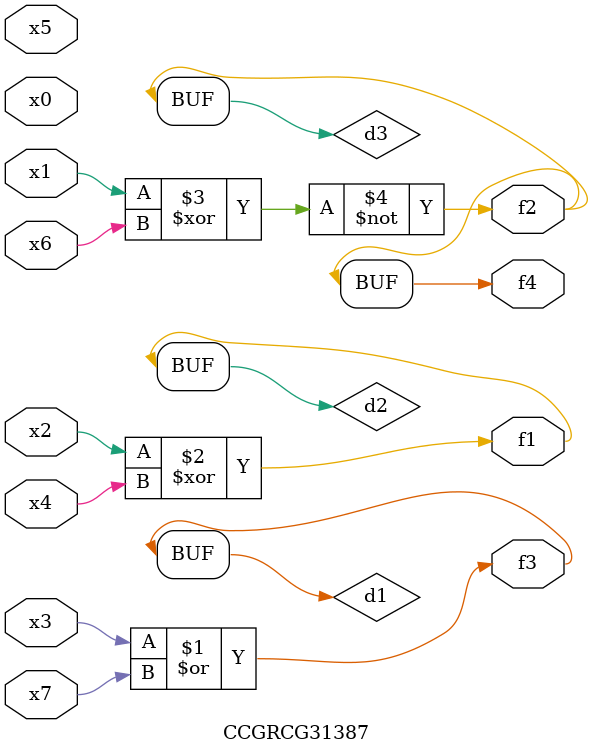
<source format=v>
module CCGRCG31387(
	input x0, x1, x2, x3, x4, x5, x6, x7,
	output f1, f2, f3, f4
);

	wire d1, d2, d3;

	or (d1, x3, x7);
	xor (d2, x2, x4);
	xnor (d3, x1, x6);
	assign f1 = d2;
	assign f2 = d3;
	assign f3 = d1;
	assign f4 = d3;
endmodule

</source>
